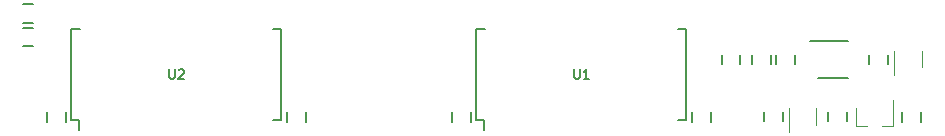
<source format=gto>
G04 #@! TF.GenerationSoftware,KiCad,Pcbnew,(5.1.10-1-10_14)*
G04 #@! TF.CreationDate,2021-07-01T19:13:21-04:00*
G04 #@! TF.ProjectId,GW4194-SOJ,47573431-3934-42d5-934f-4a2e6b696361,1.0-SOJ*
G04 #@! TF.SameCoordinates,Original*
G04 #@! TF.FileFunction,Legend,Top*
G04 #@! TF.FilePolarity,Positive*
%FSLAX46Y46*%
G04 Gerber Fmt 4.6, Leading zero omitted, Abs format (unit mm)*
G04 Created by KiCad (PCBNEW (5.1.10-1-10_14)) date 2021-07-01 19:13:21*
%MOMM*%
%LPD*%
G01*
G04 APERTURE LIST*
%ADD10C,0.127000*%
%ADD11C,0.152400*%
%ADD12C,0.120000*%
%ADD13C,0.200000*%
%ADD14C,0.203200*%
%ADD15C,0.952400*%
G04 APERTURE END LIST*
D10*
X152150000Y-90000000D02*
X149550000Y-90000000D01*
X148850000Y-86800000D02*
X152150000Y-86800000D01*
D11*
X141400000Y-88806400D02*
X141400000Y-87993600D01*
X143000000Y-88806400D02*
X143000000Y-87993600D01*
X146600000Y-92843600D02*
X146600000Y-93656400D01*
X145000000Y-92843600D02*
X145000000Y-93656400D01*
X152050000Y-92843600D02*
X152050000Y-93656400D01*
X150450000Y-92843600D02*
X150450000Y-93656400D01*
X85890000Y-92850600D02*
X85890000Y-93663400D01*
X84290000Y-92850600D02*
X84290000Y-93663400D01*
X104610000Y-92850600D02*
X104610000Y-93663400D01*
X106210000Y-92850600D02*
X106210000Y-93663400D01*
X120180000Y-92850600D02*
X120180000Y-93663400D01*
X118580000Y-92850600D02*
X118580000Y-93663400D01*
X156680000Y-93663400D02*
X156680000Y-92850600D01*
X158280000Y-93663400D02*
X158280000Y-92850600D01*
X83106400Y-87300000D02*
X82293600Y-87300000D01*
X83106400Y-85700000D02*
X82293600Y-85700000D01*
X82293600Y-85300000D02*
X83106400Y-85300000D01*
X82293600Y-83700000D02*
X83106400Y-83700000D01*
D12*
X152770000Y-94010000D02*
X153700000Y-94010000D01*
X155930000Y-94010000D02*
X155000000Y-94010000D01*
X155930000Y-94010000D02*
X155930000Y-91850000D01*
X152770000Y-94010000D02*
X152770000Y-92550000D01*
D11*
X153900000Y-87993600D02*
X153900000Y-88806400D01*
X155500000Y-87993600D02*
X155500000Y-88806400D01*
X147600000Y-87993600D02*
X147600000Y-88806400D01*
X146000000Y-87993600D02*
X146000000Y-88806400D01*
D12*
X149410000Y-93930000D02*
X149410000Y-92520000D01*
X147090000Y-92520000D02*
X147090000Y-94550000D01*
X156040000Y-87670000D02*
X156040000Y-89700000D01*
X158360000Y-89080000D02*
X158360000Y-87670000D01*
D11*
X144000000Y-87993600D02*
X144000000Y-88806400D01*
X145600000Y-87993600D02*
X145600000Y-88806400D01*
D13*
X121300000Y-93537000D02*
X121300000Y-94362000D01*
X138430000Y-93537000D02*
X138430000Y-85787000D01*
X120650000Y-93537000D02*
X120650000Y-85787000D01*
X138430000Y-93537000D02*
X137685000Y-93537000D01*
X138430000Y-85787000D02*
X137685000Y-85787000D01*
X120650000Y-85787000D02*
X121395000Y-85787000D01*
X120650000Y-93537000D02*
X121300000Y-93537000D01*
X86360000Y-93537000D02*
X87010000Y-93537000D01*
X86360000Y-85787000D02*
X87105000Y-85787000D01*
X104140000Y-85787000D02*
X103395000Y-85787000D01*
X104140000Y-93537000D02*
X103395000Y-93537000D01*
X86360000Y-93537000D02*
X86360000Y-85787000D01*
X104140000Y-93537000D02*
X104140000Y-85787000D01*
X87010000Y-93537000D02*
X87010000Y-94362000D01*
D11*
X140500000Y-92850600D02*
X140500000Y-93663400D01*
X138900000Y-92850600D02*
X138900000Y-93663400D01*
D14*
X128920723Y-89216895D02*
X128920723Y-89874876D01*
X128959428Y-89952285D01*
X128998133Y-89990990D01*
X129075542Y-90029695D01*
X129230361Y-90029695D01*
X129307771Y-89990990D01*
X129346476Y-89952285D01*
X129385180Y-89874876D01*
X129385180Y-89216895D01*
X130197980Y-90029695D02*
X129733523Y-90029695D01*
X129965752Y-90029695D02*
X129965752Y-89216895D01*
X129888342Y-89333009D01*
X129810933Y-89410419D01*
X129733523Y-89449123D01*
X94630723Y-89216895D02*
X94630723Y-89874876D01*
X94669428Y-89952285D01*
X94708133Y-89990990D01*
X94785542Y-90029695D01*
X94940361Y-90029695D01*
X95017771Y-89990990D01*
X95056476Y-89952285D01*
X95095180Y-89874876D01*
X95095180Y-89216895D01*
X95443523Y-89294304D02*
X95482228Y-89255600D01*
X95559638Y-89216895D01*
X95753161Y-89216895D01*
X95830571Y-89255600D01*
X95869276Y-89294304D01*
X95907980Y-89371714D01*
X95907980Y-89449123D01*
X95869276Y-89565238D01*
X95404819Y-90029695D01*
X95907980Y-90029695D01*
%LPC*%
G36*
G01*
X151888700Y-87518150D02*
X151888700Y-87181850D01*
G75*
G02*
X152056850Y-87013700I168150J0D01*
G01*
X152943150Y-87013700D01*
G75*
G02*
X153111300Y-87181850I0J-168150D01*
G01*
X153111300Y-87518150D01*
G75*
G02*
X152943150Y-87686300I-168150J0D01*
G01*
X152056850Y-87686300D01*
G75*
G02*
X151888700Y-87518150I0J168150D01*
G01*
G37*
G36*
G01*
X151888700Y-88205650D02*
X151888700Y-87944350D01*
G75*
G02*
X152019350Y-87813700I130650J0D01*
G01*
X152980650Y-87813700D01*
G75*
G02*
X153111300Y-87944350I0J-130650D01*
G01*
X153111300Y-88205650D01*
G75*
G02*
X152980650Y-88336300I-130650J0D01*
G01*
X152019350Y-88336300D01*
G75*
G02*
X151888700Y-88205650I0J130650D01*
G01*
G37*
G36*
G01*
X151888700Y-88855650D02*
X151888700Y-88594350D01*
G75*
G02*
X152019350Y-88463700I130650J0D01*
G01*
X152980650Y-88463700D01*
G75*
G02*
X153111300Y-88594350I0J-130650D01*
G01*
X153111300Y-88855650D01*
G75*
G02*
X152980650Y-88986300I-130650J0D01*
G01*
X152019350Y-88986300D01*
G75*
G02*
X151888700Y-88855650I0J130650D01*
G01*
G37*
G36*
G01*
X151888700Y-89618150D02*
X151888700Y-89281850D01*
G75*
G02*
X152056850Y-89113700I168150J0D01*
G01*
X152943150Y-89113700D01*
G75*
G02*
X153111300Y-89281850I0J-168150D01*
G01*
X153111300Y-89618150D01*
G75*
G02*
X152943150Y-89786300I-168150J0D01*
G01*
X152056850Y-89786300D01*
G75*
G02*
X151888700Y-89618150I0J168150D01*
G01*
G37*
G36*
G01*
X148588700Y-89618150D02*
X148588700Y-89281850D01*
G75*
G02*
X148756850Y-89113700I168150J0D01*
G01*
X149643150Y-89113700D01*
G75*
G02*
X149811300Y-89281850I0J-168150D01*
G01*
X149811300Y-89618150D01*
G75*
G02*
X149643150Y-89786300I-168150J0D01*
G01*
X148756850Y-89786300D01*
G75*
G02*
X148588700Y-89618150I0J168150D01*
G01*
G37*
G36*
G01*
X148588700Y-88843150D02*
X148588700Y-88606850D01*
G75*
G02*
X148706850Y-88488700I118150J0D01*
G01*
X149693150Y-88488700D01*
G75*
G02*
X149811300Y-88606850I0J-118150D01*
G01*
X149811300Y-88843150D01*
G75*
G02*
X149693150Y-88961300I-118150J0D01*
G01*
X148706850Y-88961300D01*
G75*
G02*
X148588700Y-88843150I0J118150D01*
G01*
G37*
G36*
G01*
X148588700Y-88193150D02*
X148588700Y-87956850D01*
G75*
G02*
X148706850Y-87838700I118150J0D01*
G01*
X149693150Y-87838700D01*
G75*
G02*
X149811300Y-87956850I0J-118150D01*
G01*
X149811300Y-88193150D01*
G75*
G02*
X149693150Y-88311300I-118150J0D01*
G01*
X148706850Y-88311300D01*
G75*
G02*
X148588700Y-88193150I0J118150D01*
G01*
G37*
G36*
G01*
X148588700Y-87518150D02*
X148588700Y-87181850D01*
G75*
G02*
X148756850Y-87013700I168150J0D01*
G01*
X149643150Y-87013700D01*
G75*
G02*
X149811300Y-87181850I0J-168150D01*
G01*
X149811300Y-87518150D01*
G75*
G02*
X149643150Y-87686300I-168150J0D01*
G01*
X148756850Y-87686300D01*
G75*
G02*
X148588700Y-87518150I0J168150D01*
G01*
G37*
G36*
G01*
X82854800Y-100939600D02*
X82854800Y-99212400D01*
G75*
G02*
X83337400Y-98729800I482600J0D01*
G01*
X84302600Y-98729800D01*
G75*
G02*
X84785200Y-99212400I0J-482600D01*
G01*
X84785200Y-100939600D01*
G75*
G02*
X84302600Y-101422200I-482600J0D01*
G01*
X83337400Y-101422200D01*
G75*
G02*
X82854800Y-100939600I0J482600D01*
G01*
G37*
G36*
G01*
X85394800Y-100939600D02*
X85394800Y-99212400D01*
G75*
G02*
X85877400Y-98729800I482600J0D01*
G01*
X86842600Y-98729800D01*
G75*
G02*
X87325200Y-99212400I0J-482600D01*
G01*
X87325200Y-100939600D01*
G75*
G02*
X86842600Y-101422200I-482600J0D01*
G01*
X85877400Y-101422200D01*
G75*
G02*
X85394800Y-100939600I0J482600D01*
G01*
G37*
D15*
X88900000Y-98806000D03*
G36*
G01*
X108254800Y-100939600D02*
X108254800Y-99212400D01*
G75*
G02*
X108737400Y-98729800I482600J0D01*
G01*
X109702600Y-98729800D01*
G75*
G02*
X110185200Y-99212400I0J-482600D01*
G01*
X110185200Y-100939600D01*
G75*
G02*
X109702600Y-101422200I-482600J0D01*
G01*
X108737400Y-101422200D01*
G75*
G02*
X108254800Y-100939600I0J482600D01*
G01*
G37*
G36*
G01*
X93014800Y-100939600D02*
X93014800Y-99212400D01*
G75*
G02*
X93497400Y-98729800I482600J0D01*
G01*
X94462600Y-98729800D01*
G75*
G02*
X94945200Y-99212400I0J-482600D01*
G01*
X94945200Y-100939600D01*
G75*
G02*
X94462600Y-101422200I-482600J0D01*
G01*
X93497400Y-101422200D01*
G75*
G02*
X93014800Y-100939600I0J482600D01*
G01*
G37*
G36*
G01*
X110794800Y-100939600D02*
X110794800Y-99212400D01*
G75*
G02*
X111277400Y-98729800I482600J0D01*
G01*
X112242600Y-98729800D01*
G75*
G02*
X112725200Y-99212400I0J-482600D01*
G01*
X112725200Y-100939600D01*
G75*
G02*
X112242600Y-101422200I-482600J0D01*
G01*
X111277400Y-101422200D01*
G75*
G02*
X110794800Y-100939600I0J482600D01*
G01*
G37*
G36*
G01*
X146354800Y-100939600D02*
X146354800Y-99212400D01*
G75*
G02*
X146837400Y-98729800I482600J0D01*
G01*
X147802600Y-98729800D01*
G75*
G02*
X148285200Y-99212400I0J-482600D01*
G01*
X148285200Y-100939600D01*
G75*
G02*
X147802600Y-101422200I-482600J0D01*
G01*
X146837400Y-101422200D01*
G75*
G02*
X146354800Y-100939600I0J482600D01*
G01*
G37*
G36*
G01*
X113334800Y-100939600D02*
X113334800Y-99212400D01*
G75*
G02*
X113817400Y-98729800I482600J0D01*
G01*
X114782600Y-98729800D01*
G75*
G02*
X115265200Y-99212400I0J-482600D01*
G01*
X115265200Y-100939600D01*
G75*
G02*
X114782600Y-101422200I-482600J0D01*
G01*
X113817400Y-101422200D01*
G75*
G02*
X113334800Y-100939600I0J482600D01*
G01*
G37*
G36*
G01*
X115874800Y-100939600D02*
X115874800Y-99212400D01*
G75*
G02*
X116357400Y-98729800I482600J0D01*
G01*
X117322600Y-98729800D01*
G75*
G02*
X117805200Y-99212400I0J-482600D01*
G01*
X117805200Y-100939600D01*
G75*
G02*
X117322600Y-101422200I-482600J0D01*
G01*
X116357400Y-101422200D01*
G75*
G02*
X115874800Y-100939600I0J482600D01*
G01*
G37*
G36*
G01*
X90474800Y-100939600D02*
X90474800Y-99212400D01*
G75*
G02*
X90957400Y-98729800I482600J0D01*
G01*
X91922600Y-98729800D01*
G75*
G02*
X92405200Y-99212400I0J-482600D01*
G01*
X92405200Y-100939600D01*
G75*
G02*
X91922600Y-101422200I-482600J0D01*
G01*
X90957400Y-101422200D01*
G75*
G02*
X90474800Y-100939600I0J482600D01*
G01*
G37*
G36*
G01*
X153974800Y-100939600D02*
X153974800Y-99212400D01*
G75*
G02*
X154457400Y-98729800I482600J0D01*
G01*
X155422600Y-98729800D01*
G75*
G02*
X155905200Y-99212400I0J-482600D01*
G01*
X155905200Y-100939600D01*
G75*
G02*
X155422600Y-101422200I-482600J0D01*
G01*
X154457400Y-101422200D01*
G75*
G02*
X153974800Y-100939600I0J482600D01*
G01*
G37*
G36*
G01*
X87934800Y-100939600D02*
X87934800Y-99212400D01*
G75*
G02*
X88417400Y-98729800I482600J0D01*
G01*
X89382600Y-98729800D01*
G75*
G02*
X89865200Y-99212400I0J-482600D01*
G01*
X89865200Y-100939600D01*
G75*
G02*
X89382600Y-101422200I-482600J0D01*
G01*
X88417400Y-101422200D01*
G75*
G02*
X87934800Y-100939600I0J482600D01*
G01*
G37*
G36*
G01*
X141274800Y-100939600D02*
X141274800Y-99212400D01*
G75*
G02*
X141757400Y-98729800I482600J0D01*
G01*
X142722600Y-98729800D01*
G75*
G02*
X143205200Y-99212400I0J-482600D01*
G01*
X143205200Y-100939600D01*
G75*
G02*
X142722600Y-101422200I-482600J0D01*
G01*
X141757400Y-101422200D01*
G75*
G02*
X141274800Y-100939600I0J482600D01*
G01*
G37*
G36*
G01*
X120954800Y-100939600D02*
X120954800Y-99212400D01*
G75*
G02*
X121437400Y-98729800I482600J0D01*
G01*
X122402600Y-98729800D01*
G75*
G02*
X122885200Y-99212400I0J-482600D01*
G01*
X122885200Y-100939600D01*
G75*
G02*
X122402600Y-101422200I-482600J0D01*
G01*
X121437400Y-101422200D01*
G75*
G02*
X120954800Y-100939600I0J482600D01*
G01*
G37*
G36*
G01*
X131114800Y-100939600D02*
X131114800Y-99212400D01*
G75*
G02*
X131597400Y-98729800I482600J0D01*
G01*
X132562600Y-98729800D01*
G75*
G02*
X133045200Y-99212400I0J-482600D01*
G01*
X133045200Y-100939600D01*
G75*
G02*
X132562600Y-101422200I-482600J0D01*
G01*
X131597400Y-101422200D01*
G75*
G02*
X131114800Y-100939600I0J482600D01*
G01*
G37*
G36*
G01*
X138734800Y-100939600D02*
X138734800Y-99212400D01*
G75*
G02*
X139217400Y-98729800I482600J0D01*
G01*
X140182600Y-98729800D01*
G75*
G02*
X140665200Y-99212400I0J-482600D01*
G01*
X140665200Y-100939600D01*
G75*
G02*
X140182600Y-101422200I-482600J0D01*
G01*
X139217400Y-101422200D01*
G75*
G02*
X138734800Y-100939600I0J482600D01*
G01*
G37*
G36*
G01*
X103174800Y-100939600D02*
X103174800Y-99212400D01*
G75*
G02*
X103657400Y-98729800I482600J0D01*
G01*
X104622600Y-98729800D01*
G75*
G02*
X105105200Y-99212400I0J-482600D01*
G01*
X105105200Y-100939600D01*
G75*
G02*
X104622600Y-101422200I-482600J0D01*
G01*
X103657400Y-101422200D01*
G75*
G02*
X103174800Y-100939600I0J482600D01*
G01*
G37*
G36*
G01*
X126034800Y-100939600D02*
X126034800Y-99212400D01*
G75*
G02*
X126517400Y-98729800I482600J0D01*
G01*
X127482600Y-98729800D01*
G75*
G02*
X127965200Y-99212400I0J-482600D01*
G01*
X127965200Y-100939600D01*
G75*
G02*
X127482600Y-101422200I-482600J0D01*
G01*
X126517400Y-101422200D01*
G75*
G02*
X126034800Y-100939600I0J482600D01*
G01*
G37*
G36*
G01*
X133654800Y-100939600D02*
X133654800Y-99212400D01*
G75*
G02*
X134137400Y-98729800I482600J0D01*
G01*
X135102600Y-98729800D01*
G75*
G02*
X135585200Y-99212400I0J-482600D01*
G01*
X135585200Y-100939600D01*
G75*
G02*
X135102600Y-101422200I-482600J0D01*
G01*
X134137400Y-101422200D01*
G75*
G02*
X133654800Y-100939600I0J482600D01*
G01*
G37*
G36*
G01*
X128574800Y-100939600D02*
X128574800Y-99212400D01*
G75*
G02*
X129057400Y-98729800I482600J0D01*
G01*
X130022600Y-98729800D01*
G75*
G02*
X130505200Y-99212400I0J-482600D01*
G01*
X130505200Y-100939600D01*
G75*
G02*
X130022600Y-101422200I-482600J0D01*
G01*
X129057400Y-101422200D01*
G75*
G02*
X128574800Y-100939600I0J482600D01*
G01*
G37*
G36*
G01*
X105714800Y-100939600D02*
X105714800Y-99212400D01*
G75*
G02*
X106197400Y-98729800I482600J0D01*
G01*
X107162600Y-98729800D01*
G75*
G02*
X107645200Y-99212400I0J-482600D01*
G01*
X107645200Y-100939600D01*
G75*
G02*
X107162600Y-101422200I-482600J0D01*
G01*
X106197400Y-101422200D01*
G75*
G02*
X105714800Y-100939600I0J482600D01*
G01*
G37*
G36*
G01*
X136194800Y-100939600D02*
X136194800Y-99212400D01*
G75*
G02*
X136677400Y-98729800I482600J0D01*
G01*
X137642600Y-98729800D01*
G75*
G02*
X138125200Y-99212400I0J-482600D01*
G01*
X138125200Y-100939600D01*
G75*
G02*
X137642600Y-101422200I-482600J0D01*
G01*
X136677400Y-101422200D01*
G75*
G02*
X136194800Y-100939600I0J482600D01*
G01*
G37*
G36*
G01*
X95554800Y-100939600D02*
X95554800Y-99212400D01*
G75*
G02*
X96037400Y-98729800I482600J0D01*
G01*
X97002600Y-98729800D01*
G75*
G02*
X97485200Y-99212400I0J-482600D01*
G01*
X97485200Y-100939600D01*
G75*
G02*
X97002600Y-101422200I-482600J0D01*
G01*
X96037400Y-101422200D01*
G75*
G02*
X95554800Y-100939600I0J482600D01*
G01*
G37*
G36*
G01*
X123494800Y-100939600D02*
X123494800Y-99212400D01*
G75*
G02*
X123977400Y-98729800I482600J0D01*
G01*
X124942600Y-98729800D01*
G75*
G02*
X125425200Y-99212400I0J-482600D01*
G01*
X125425200Y-100939600D01*
G75*
G02*
X124942600Y-101422200I-482600J0D01*
G01*
X123977400Y-101422200D01*
G75*
G02*
X123494800Y-100939600I0J482600D01*
G01*
G37*
G36*
G01*
X98094800Y-100939600D02*
X98094800Y-99212400D01*
G75*
G02*
X98577400Y-98729800I482600J0D01*
G01*
X99542600Y-98729800D01*
G75*
G02*
X100025200Y-99212400I0J-482600D01*
G01*
X100025200Y-100939600D01*
G75*
G02*
X99542600Y-101422200I-482600J0D01*
G01*
X98577400Y-101422200D01*
G75*
G02*
X98094800Y-100939600I0J482600D01*
G01*
G37*
G36*
G01*
X100634800Y-100939600D02*
X100634800Y-99212400D01*
G75*
G02*
X101117400Y-98729800I482600J0D01*
G01*
X102082600Y-98729800D01*
G75*
G02*
X102565200Y-99212400I0J-482600D01*
G01*
X102565200Y-100939600D01*
G75*
G02*
X102082600Y-101422200I-482600J0D01*
G01*
X101117400Y-101422200D01*
G75*
G02*
X100634800Y-100939600I0J482600D01*
G01*
G37*
G36*
G01*
X148894800Y-100939600D02*
X148894800Y-99212400D01*
G75*
G02*
X149377400Y-98729800I482600J0D01*
G01*
X150342600Y-98729800D01*
G75*
G02*
X150825200Y-99212400I0J-482600D01*
G01*
X150825200Y-100939600D01*
G75*
G02*
X150342600Y-101422200I-482600J0D01*
G01*
X149377400Y-101422200D01*
G75*
G02*
X148894800Y-100939600I0J482600D01*
G01*
G37*
G36*
G01*
X151434800Y-100939600D02*
X151434800Y-99212400D01*
G75*
G02*
X151917400Y-98729800I482600J0D01*
G01*
X152882600Y-98729800D01*
G75*
G02*
X153365200Y-99212400I0J-482600D01*
G01*
X153365200Y-100939600D01*
G75*
G02*
X152882600Y-101422200I-482600J0D01*
G01*
X151917400Y-101422200D01*
G75*
G02*
X151434800Y-100939600I0J482600D01*
G01*
G37*
G36*
G01*
X156514800Y-100939600D02*
X156514800Y-99212400D01*
G75*
G02*
X156997400Y-98729800I482600J0D01*
G01*
X157962600Y-98729800D01*
G75*
G02*
X158445200Y-99212400I0J-482600D01*
G01*
X158445200Y-100939600D01*
G75*
G02*
X157962600Y-101422200I-482600J0D01*
G01*
X156997400Y-101422200D01*
G75*
G02*
X156514800Y-100939600I0J482600D01*
G01*
G37*
G36*
G01*
X118414800Y-100939600D02*
X118414800Y-99212400D01*
G75*
G02*
X118897400Y-98729800I482600J0D01*
G01*
X119862600Y-98729800D01*
G75*
G02*
X120345200Y-99212400I0J-482600D01*
G01*
X120345200Y-100939600D01*
G75*
G02*
X119862600Y-101422200I-482600J0D01*
G01*
X118897400Y-101422200D01*
G75*
G02*
X118414800Y-100939600I0J482600D01*
G01*
G37*
G36*
G01*
X143814800Y-100939600D02*
X143814800Y-99212400D01*
G75*
G02*
X144297400Y-98729800I482600J0D01*
G01*
X145262600Y-98729800D01*
G75*
G02*
X145745200Y-99212400I0J-482600D01*
G01*
X145745200Y-100939600D01*
G75*
G02*
X145262600Y-101422200I-482600J0D01*
G01*
X144297400Y-101422200D01*
G75*
G02*
X143814800Y-100939600I0J482600D01*
G01*
G37*
X86360000Y-98806000D03*
X83820000Y-98806000D03*
X93980000Y-98806000D03*
X91440000Y-98806000D03*
X96520000Y-98806000D03*
X99060000Y-98806000D03*
X104140000Y-98806000D03*
X101600000Y-98806000D03*
X109220000Y-98806000D03*
X106680000Y-98806000D03*
X111760000Y-98806000D03*
X116840000Y-98806000D03*
X114300000Y-98806000D03*
X119380000Y-98806000D03*
X124460000Y-98806000D03*
X121920000Y-98806000D03*
X127000000Y-98806000D03*
X149860000Y-98806000D03*
X147320000Y-98806000D03*
X152400000Y-98806000D03*
X134620000Y-98806000D03*
X132080000Y-98806000D03*
X137160000Y-98806000D03*
X142240000Y-98806000D03*
X139700000Y-98806000D03*
X144780000Y-98806000D03*
X129540000Y-98806000D03*
X154940000Y-98806000D03*
X157480000Y-98806000D03*
G36*
G01*
X142712500Y-87925000D02*
X141687500Y-87925000D01*
G75*
G02*
X141450000Y-87687500I0J237500D01*
G01*
X141450000Y-87212500D01*
G75*
G02*
X141687500Y-86975000I237500J0D01*
G01*
X142712500Y-86975000D01*
G75*
G02*
X142950000Y-87212500I0J-237500D01*
G01*
X142950000Y-87687500D01*
G75*
G02*
X142712500Y-87925000I-237500J0D01*
G01*
G37*
G36*
G01*
X142712500Y-89825000D02*
X141687500Y-89825000D01*
G75*
G02*
X141450000Y-89587500I0J237500D01*
G01*
X141450000Y-89112500D01*
G75*
G02*
X141687500Y-88875000I237500J0D01*
G01*
X142712500Y-88875000D01*
G75*
G02*
X142950000Y-89112500I0J-237500D01*
G01*
X142950000Y-89587500D01*
G75*
G02*
X142712500Y-89825000I-237500J0D01*
G01*
G37*
G36*
G01*
X145337500Y-93525000D02*
X146262500Y-93525000D01*
G75*
G02*
X146550000Y-93812500I0J-287500D01*
G01*
X146550000Y-94387500D01*
G75*
G02*
X146262500Y-94675000I-287500J0D01*
G01*
X145337500Y-94675000D01*
G75*
G02*
X145050000Y-94387500I0J287500D01*
G01*
X145050000Y-93812500D01*
G75*
G02*
X145337500Y-93525000I287500J0D01*
G01*
G37*
G36*
G01*
X145337500Y-91825000D02*
X146262500Y-91825000D01*
G75*
G02*
X146550000Y-92112500I0J-287500D01*
G01*
X146550000Y-92687500D01*
G75*
G02*
X146262500Y-92975000I-287500J0D01*
G01*
X145337500Y-92975000D01*
G75*
G02*
X145050000Y-92687500I0J287500D01*
G01*
X145050000Y-92112500D01*
G75*
G02*
X145337500Y-91825000I287500J0D01*
G01*
G37*
G36*
G01*
X150774400Y-91798800D02*
X151725600Y-91798800D01*
G75*
G02*
X152026200Y-92099400I0J-300600D01*
G01*
X152026200Y-92700600D01*
G75*
G02*
X151725600Y-93001200I-300600J0D01*
G01*
X150774400Y-93001200D01*
G75*
G02*
X150473800Y-92700600I0J300600D01*
G01*
X150473800Y-92099400D01*
G75*
G02*
X150774400Y-91798800I300600J0D01*
G01*
G37*
G36*
G01*
X150774400Y-93498800D02*
X151725600Y-93498800D01*
G75*
G02*
X152026200Y-93799400I0J-300600D01*
G01*
X152026200Y-94400600D01*
G75*
G02*
X151725600Y-94701200I-300600J0D01*
G01*
X150774400Y-94701200D01*
G75*
G02*
X150473800Y-94400600I0J300600D01*
G01*
X150473800Y-93799400D01*
G75*
G02*
X150774400Y-93498800I300600J0D01*
G01*
G37*
G36*
G01*
X84614400Y-91805800D02*
X85565600Y-91805800D01*
G75*
G02*
X85866200Y-92106400I0J-300600D01*
G01*
X85866200Y-92707600D01*
G75*
G02*
X85565600Y-93008200I-300600J0D01*
G01*
X84614400Y-93008200D01*
G75*
G02*
X84313800Y-92707600I0J300600D01*
G01*
X84313800Y-92106400D01*
G75*
G02*
X84614400Y-91805800I300600J0D01*
G01*
G37*
G36*
G01*
X84614400Y-93505800D02*
X85565600Y-93505800D01*
G75*
G02*
X85866200Y-93806400I0J-300600D01*
G01*
X85866200Y-94407600D01*
G75*
G02*
X85565600Y-94708200I-300600J0D01*
G01*
X84614400Y-94708200D01*
G75*
G02*
X84313800Y-94407600I0J300600D01*
G01*
X84313800Y-93806400D01*
G75*
G02*
X84614400Y-93505800I300600J0D01*
G01*
G37*
G36*
G01*
X104934400Y-93505800D02*
X105885600Y-93505800D01*
G75*
G02*
X106186200Y-93806400I0J-300600D01*
G01*
X106186200Y-94407600D01*
G75*
G02*
X105885600Y-94708200I-300600J0D01*
G01*
X104934400Y-94708200D01*
G75*
G02*
X104633800Y-94407600I0J300600D01*
G01*
X104633800Y-93806400D01*
G75*
G02*
X104934400Y-93505800I300600J0D01*
G01*
G37*
G36*
G01*
X104934400Y-91805800D02*
X105885600Y-91805800D01*
G75*
G02*
X106186200Y-92106400I0J-300600D01*
G01*
X106186200Y-92707600D01*
G75*
G02*
X105885600Y-93008200I-300600J0D01*
G01*
X104934400Y-93008200D01*
G75*
G02*
X104633800Y-92707600I0J300600D01*
G01*
X104633800Y-92106400D01*
G75*
G02*
X104934400Y-91805800I300600J0D01*
G01*
G37*
G36*
G01*
X118904400Y-91805800D02*
X119855600Y-91805800D01*
G75*
G02*
X120156200Y-92106400I0J-300600D01*
G01*
X120156200Y-92707600D01*
G75*
G02*
X119855600Y-93008200I-300600J0D01*
G01*
X118904400Y-93008200D01*
G75*
G02*
X118603800Y-92707600I0J300600D01*
G01*
X118603800Y-92106400D01*
G75*
G02*
X118904400Y-91805800I300600J0D01*
G01*
G37*
G36*
G01*
X118904400Y-93505800D02*
X119855600Y-93505800D01*
G75*
G02*
X120156200Y-93806400I0J-300600D01*
G01*
X120156200Y-94407600D01*
G75*
G02*
X119855600Y-94708200I-300600J0D01*
G01*
X118904400Y-94708200D01*
G75*
G02*
X118603800Y-94407600I0J300600D01*
G01*
X118603800Y-93806400D01*
G75*
G02*
X118904400Y-93505800I300600J0D01*
G01*
G37*
G36*
G01*
X157955600Y-94708200D02*
X157004400Y-94708200D01*
G75*
G02*
X156703800Y-94407600I0J300600D01*
G01*
X156703800Y-93806400D01*
G75*
G02*
X157004400Y-93505800I300600J0D01*
G01*
X157955600Y-93505800D01*
G75*
G02*
X158256200Y-93806400I0J-300600D01*
G01*
X158256200Y-94407600D01*
G75*
G02*
X157955600Y-94708200I-300600J0D01*
G01*
G37*
G36*
G01*
X157955600Y-93008200D02*
X157004400Y-93008200D01*
G75*
G02*
X156703800Y-92707600I0J300600D01*
G01*
X156703800Y-92106400D01*
G75*
G02*
X157004400Y-91805800I300600J0D01*
G01*
X157955600Y-91805800D01*
G75*
G02*
X158256200Y-92106400I0J-300600D01*
G01*
X158256200Y-92707600D01*
G75*
G02*
X157955600Y-93008200I-300600J0D01*
G01*
G37*
G36*
G01*
X82225000Y-85987500D02*
X82225000Y-87012500D01*
G75*
G02*
X81987500Y-87250000I-237500J0D01*
G01*
X81512500Y-87250000D01*
G75*
G02*
X81275000Y-87012500I0J237500D01*
G01*
X81275000Y-85987500D01*
G75*
G02*
X81512500Y-85750000I237500J0D01*
G01*
X81987500Y-85750000D01*
G75*
G02*
X82225000Y-85987500I0J-237500D01*
G01*
G37*
G36*
G01*
X84125000Y-85987500D02*
X84125000Y-87012500D01*
G75*
G02*
X83887500Y-87250000I-237500J0D01*
G01*
X83412500Y-87250000D01*
G75*
G02*
X83175000Y-87012500I0J237500D01*
G01*
X83175000Y-85987500D01*
G75*
G02*
X83412500Y-85750000I237500J0D01*
G01*
X83887500Y-85750000D01*
G75*
G02*
X84125000Y-85987500I0J-237500D01*
G01*
G37*
G36*
G01*
X81275000Y-85012500D02*
X81275000Y-83987500D01*
G75*
G02*
X81512500Y-83750000I237500J0D01*
G01*
X81987500Y-83750000D01*
G75*
G02*
X82225000Y-83987500I0J-237500D01*
G01*
X82225000Y-85012500D01*
G75*
G02*
X81987500Y-85250000I-237500J0D01*
G01*
X81512500Y-85250000D01*
G75*
G02*
X81275000Y-85012500I0J237500D01*
G01*
G37*
G36*
G01*
X83175000Y-85012500D02*
X83175000Y-83987500D01*
G75*
G02*
X83412500Y-83750000I237500J0D01*
G01*
X83887500Y-83750000D01*
G75*
G02*
X84125000Y-83987500I0J-237500D01*
G01*
X84125000Y-85012500D01*
G75*
G02*
X83887500Y-85250000I-237500J0D01*
G01*
X83412500Y-85250000D01*
G75*
G02*
X83175000Y-85012500I0J237500D01*
G01*
G37*
G36*
G01*
X154125000Y-93575000D02*
X154575000Y-93575000D01*
G75*
G02*
X154800000Y-93800000I0J-225000D01*
G01*
X154800000Y-94800000D01*
G75*
G02*
X154575000Y-95025000I-225000J0D01*
G01*
X154125000Y-95025000D01*
G75*
G02*
X153900000Y-94800000I0J225000D01*
G01*
X153900000Y-93800000D01*
G75*
G02*
X154125000Y-93575000I225000J0D01*
G01*
G37*
G36*
G01*
X153175000Y-91475000D02*
X153625000Y-91475000D01*
G75*
G02*
X153850000Y-91700000I0J-225000D01*
G01*
X153850000Y-92700000D01*
G75*
G02*
X153625000Y-92925000I-225000J0D01*
G01*
X153175000Y-92925000D01*
G75*
G02*
X152950000Y-92700000I0J225000D01*
G01*
X152950000Y-91700000D01*
G75*
G02*
X153175000Y-91475000I225000J0D01*
G01*
G37*
G36*
G01*
X155075000Y-91475000D02*
X155525000Y-91475000D01*
G75*
G02*
X155750000Y-91700000I0J-225000D01*
G01*
X155750000Y-92700000D01*
G75*
G02*
X155525000Y-92925000I-225000J0D01*
G01*
X155075000Y-92925000D01*
G75*
G02*
X154850000Y-92700000I0J225000D01*
G01*
X154850000Y-91700000D01*
G75*
G02*
X155075000Y-91475000I225000J0D01*
G01*
G37*
G36*
G01*
X154237500Y-86975000D02*
X155162500Y-86975000D01*
G75*
G02*
X155450000Y-87262500I0J-287500D01*
G01*
X155450000Y-87837500D01*
G75*
G02*
X155162500Y-88125000I-287500J0D01*
G01*
X154237500Y-88125000D01*
G75*
G02*
X153950000Y-87837500I0J287500D01*
G01*
X153950000Y-87262500D01*
G75*
G02*
X154237500Y-86975000I287500J0D01*
G01*
G37*
G36*
G01*
X154237500Y-88675000D02*
X155162500Y-88675000D01*
G75*
G02*
X155450000Y-88962500I0J-287500D01*
G01*
X155450000Y-89537500D01*
G75*
G02*
X155162500Y-89825000I-287500J0D01*
G01*
X154237500Y-89825000D01*
G75*
G02*
X153950000Y-89537500I0J287500D01*
G01*
X153950000Y-88962500D01*
G75*
G02*
X154237500Y-88675000I287500J0D01*
G01*
G37*
G36*
G01*
X146337500Y-88675000D02*
X147262500Y-88675000D01*
G75*
G02*
X147550000Y-88962500I0J-287500D01*
G01*
X147550000Y-89537500D01*
G75*
G02*
X147262500Y-89825000I-287500J0D01*
G01*
X146337500Y-89825000D01*
G75*
G02*
X146050000Y-89537500I0J287500D01*
G01*
X146050000Y-88962500D01*
G75*
G02*
X146337500Y-88675000I287500J0D01*
G01*
G37*
G36*
G01*
X146337500Y-86975000D02*
X147262500Y-86975000D01*
G75*
G02*
X147550000Y-87262500I0J-287500D01*
G01*
X147550000Y-87837500D01*
G75*
G02*
X147262500Y-88125000I-287500J0D01*
G01*
X146337500Y-88125000D01*
G75*
G02*
X146050000Y-87837500I0J287500D01*
G01*
X146050000Y-87262500D01*
G75*
G02*
X146337500Y-86975000I287500J0D01*
G01*
G37*
G36*
G01*
X147720000Y-92940000D02*
X147480000Y-92940000D01*
G75*
G02*
X147360000Y-92820000I0J120000D01*
G01*
X147360000Y-91980000D01*
G75*
G02*
X147480000Y-91860000I120000J0D01*
G01*
X147720000Y-91860000D01*
G75*
G02*
X147840000Y-91980000I0J-120000D01*
G01*
X147840000Y-92820000D01*
G75*
G02*
X147720000Y-92940000I-120000J0D01*
G01*
G37*
G36*
G01*
X149020000Y-92940000D02*
X148780000Y-92940000D01*
G75*
G02*
X148660000Y-92820000I0J120000D01*
G01*
X148660000Y-91980000D01*
G75*
G02*
X148780000Y-91860000I120000J0D01*
G01*
X149020000Y-91860000D01*
G75*
G02*
X149140000Y-91980000I0J-120000D01*
G01*
X149140000Y-92820000D01*
G75*
G02*
X149020000Y-92940000I-120000J0D01*
G01*
G37*
G36*
G01*
X148370000Y-94640000D02*
X148130000Y-94640000D01*
G75*
G02*
X148010000Y-94520000I0J120000D01*
G01*
X148010000Y-93680000D01*
G75*
G02*
X148130000Y-93560000I120000J0D01*
G01*
X148370000Y-93560000D01*
G75*
G02*
X148490000Y-93680000I0J-120000D01*
G01*
X148490000Y-94520000D01*
G75*
G02*
X148370000Y-94640000I-120000J0D01*
G01*
G37*
G36*
G01*
X147720000Y-94640000D02*
X147480000Y-94640000D01*
G75*
G02*
X147360000Y-94520000I0J120000D01*
G01*
X147360000Y-93680000D01*
G75*
G02*
X147480000Y-93560000I120000J0D01*
G01*
X147720000Y-93560000D01*
G75*
G02*
X147840000Y-93680000I0J-120000D01*
G01*
X147840000Y-94520000D01*
G75*
G02*
X147720000Y-94640000I-120000J0D01*
G01*
G37*
G36*
G01*
X149020000Y-94640000D02*
X148780000Y-94640000D01*
G75*
G02*
X148660000Y-94520000I0J120000D01*
G01*
X148660000Y-93680000D01*
G75*
G02*
X148780000Y-93560000I120000J0D01*
G01*
X149020000Y-93560000D01*
G75*
G02*
X149140000Y-93680000I0J-120000D01*
G01*
X149140000Y-94520000D01*
G75*
G02*
X149020000Y-94640000I-120000J0D01*
G01*
G37*
G36*
G01*
X157970000Y-89790000D02*
X157730000Y-89790000D01*
G75*
G02*
X157610000Y-89670000I0J120000D01*
G01*
X157610000Y-88830000D01*
G75*
G02*
X157730000Y-88710000I120000J0D01*
G01*
X157970000Y-88710000D01*
G75*
G02*
X158090000Y-88830000I0J-120000D01*
G01*
X158090000Y-89670000D01*
G75*
G02*
X157970000Y-89790000I-120000J0D01*
G01*
G37*
G36*
G01*
X156670000Y-89790000D02*
X156430000Y-89790000D01*
G75*
G02*
X156310000Y-89670000I0J120000D01*
G01*
X156310000Y-88830000D01*
G75*
G02*
X156430000Y-88710000I120000J0D01*
G01*
X156670000Y-88710000D01*
G75*
G02*
X156790000Y-88830000I0J-120000D01*
G01*
X156790000Y-89670000D01*
G75*
G02*
X156670000Y-89790000I-120000J0D01*
G01*
G37*
G36*
G01*
X157320000Y-89790000D02*
X157080000Y-89790000D01*
G75*
G02*
X156960000Y-89670000I0J120000D01*
G01*
X156960000Y-88830000D01*
G75*
G02*
X157080000Y-88710000I120000J0D01*
G01*
X157320000Y-88710000D01*
G75*
G02*
X157440000Y-88830000I0J-120000D01*
G01*
X157440000Y-89670000D01*
G75*
G02*
X157320000Y-89790000I-120000J0D01*
G01*
G37*
G36*
G01*
X157970000Y-88090000D02*
X157730000Y-88090000D01*
G75*
G02*
X157610000Y-87970000I0J120000D01*
G01*
X157610000Y-87130000D01*
G75*
G02*
X157730000Y-87010000I120000J0D01*
G01*
X157970000Y-87010000D01*
G75*
G02*
X158090000Y-87130000I0J-120000D01*
G01*
X158090000Y-87970000D01*
G75*
G02*
X157970000Y-88090000I-120000J0D01*
G01*
G37*
G36*
G01*
X156670000Y-88090000D02*
X156430000Y-88090000D01*
G75*
G02*
X156310000Y-87970000I0J120000D01*
G01*
X156310000Y-87130000D01*
G75*
G02*
X156430000Y-87010000I120000J0D01*
G01*
X156670000Y-87010000D01*
G75*
G02*
X156790000Y-87130000I0J-120000D01*
G01*
X156790000Y-87970000D01*
G75*
G02*
X156670000Y-88090000I-120000J0D01*
G01*
G37*
G36*
G01*
X144287500Y-86975000D02*
X145312500Y-86975000D01*
G75*
G02*
X145550000Y-87212500I0J-237500D01*
G01*
X145550000Y-87687500D01*
G75*
G02*
X145312500Y-87925000I-237500J0D01*
G01*
X144287500Y-87925000D01*
G75*
G02*
X144050000Y-87687500I0J237500D01*
G01*
X144050000Y-87212500D01*
G75*
G02*
X144287500Y-86975000I237500J0D01*
G01*
G37*
G36*
G01*
X144287500Y-88875000D02*
X145312500Y-88875000D01*
G75*
G02*
X145550000Y-89112500I0J-237500D01*
G01*
X145550000Y-89587500D01*
G75*
G02*
X145312500Y-89825000I-237500J0D01*
G01*
X144287500Y-89825000D01*
G75*
G02*
X144050000Y-89587500I0J237500D01*
G01*
X144050000Y-89112500D01*
G75*
G02*
X144287500Y-88875000I237500J0D01*
G01*
G37*
G36*
G01*
X130985000Y-94411000D02*
X130635000Y-94411000D01*
G75*
G02*
X130460000Y-94236000I0J175000D01*
G01*
X130460000Y-91438000D01*
G75*
G02*
X130635000Y-91263000I175000J0D01*
G01*
X130985000Y-91263000D01*
G75*
G02*
X131160000Y-91438000I0J-175000D01*
G01*
X131160000Y-94236000D01*
G75*
G02*
X130985000Y-94411000I-175000J0D01*
G01*
G37*
G36*
G01*
X130985000Y-88061000D02*
X130635000Y-88061000D01*
G75*
G02*
X130460000Y-87886000I0J175000D01*
G01*
X130460000Y-85088000D01*
G75*
G02*
X130635000Y-84913000I175000J0D01*
G01*
X130985000Y-84913000D01*
G75*
G02*
X131160000Y-85088000I0J-175000D01*
G01*
X131160000Y-87886000D01*
G75*
G02*
X130985000Y-88061000I-175000J0D01*
G01*
G37*
G36*
G01*
X128445000Y-94411000D02*
X128095000Y-94411000D01*
G75*
G02*
X127920000Y-94236000I0J175000D01*
G01*
X127920000Y-91438000D01*
G75*
G02*
X128095000Y-91263000I175000J0D01*
G01*
X128445000Y-91263000D01*
G75*
G02*
X128620000Y-91438000I0J-175000D01*
G01*
X128620000Y-94236000D01*
G75*
G02*
X128445000Y-94411000I-175000J0D01*
G01*
G37*
G36*
G01*
X128445000Y-88061000D02*
X128095000Y-88061000D01*
G75*
G02*
X127920000Y-87886000I0J175000D01*
G01*
X127920000Y-85088000D01*
G75*
G02*
X128095000Y-84913000I175000J0D01*
G01*
X128445000Y-84913000D01*
G75*
G02*
X128620000Y-85088000I0J-175000D01*
G01*
X128620000Y-87886000D01*
G75*
G02*
X128445000Y-88061000I-175000J0D01*
G01*
G37*
G36*
G01*
X122095000Y-94411000D02*
X121745000Y-94411000D01*
G75*
G02*
X121570000Y-94236000I0J175000D01*
G01*
X121570000Y-91438000D01*
G75*
G02*
X121745000Y-91263000I175000J0D01*
G01*
X122095000Y-91263000D01*
G75*
G02*
X122270000Y-91438000I0J-175000D01*
G01*
X122270000Y-94236000D01*
G75*
G02*
X122095000Y-94411000I-175000J0D01*
G01*
G37*
G36*
G01*
X123365000Y-94411000D02*
X123015000Y-94411000D01*
G75*
G02*
X122840000Y-94236000I0J175000D01*
G01*
X122840000Y-91438000D01*
G75*
G02*
X123015000Y-91263000I175000J0D01*
G01*
X123365000Y-91263000D01*
G75*
G02*
X123540000Y-91438000I0J-175000D01*
G01*
X123540000Y-94236000D01*
G75*
G02*
X123365000Y-94411000I-175000J0D01*
G01*
G37*
G36*
G01*
X124635000Y-94411000D02*
X124285000Y-94411000D01*
G75*
G02*
X124110000Y-94236000I0J175000D01*
G01*
X124110000Y-91438000D01*
G75*
G02*
X124285000Y-91263000I175000J0D01*
G01*
X124635000Y-91263000D01*
G75*
G02*
X124810000Y-91438000I0J-175000D01*
G01*
X124810000Y-94236000D01*
G75*
G02*
X124635000Y-94411000I-175000J0D01*
G01*
G37*
G36*
G01*
X125905000Y-94411000D02*
X125555000Y-94411000D01*
G75*
G02*
X125380000Y-94236000I0J175000D01*
G01*
X125380000Y-91438000D01*
G75*
G02*
X125555000Y-91263000I175000J0D01*
G01*
X125905000Y-91263000D01*
G75*
G02*
X126080000Y-91438000I0J-175000D01*
G01*
X126080000Y-94236000D01*
G75*
G02*
X125905000Y-94411000I-175000J0D01*
G01*
G37*
G36*
G01*
X127175000Y-94411000D02*
X126825000Y-94411000D01*
G75*
G02*
X126650000Y-94236000I0J175000D01*
G01*
X126650000Y-91438000D01*
G75*
G02*
X126825000Y-91263000I175000J0D01*
G01*
X127175000Y-91263000D01*
G75*
G02*
X127350000Y-91438000I0J-175000D01*
G01*
X127350000Y-94236000D01*
G75*
G02*
X127175000Y-94411000I-175000J0D01*
G01*
G37*
G36*
G01*
X132255000Y-94411000D02*
X131905000Y-94411000D01*
G75*
G02*
X131730000Y-94236000I0J175000D01*
G01*
X131730000Y-91438000D01*
G75*
G02*
X131905000Y-91263000I175000J0D01*
G01*
X132255000Y-91263000D01*
G75*
G02*
X132430000Y-91438000I0J-175000D01*
G01*
X132430000Y-94236000D01*
G75*
G02*
X132255000Y-94411000I-175000J0D01*
G01*
G37*
G36*
G01*
X133525000Y-94411000D02*
X133175000Y-94411000D01*
G75*
G02*
X133000000Y-94236000I0J175000D01*
G01*
X133000000Y-91438000D01*
G75*
G02*
X133175000Y-91263000I175000J0D01*
G01*
X133525000Y-91263000D01*
G75*
G02*
X133700000Y-91438000I0J-175000D01*
G01*
X133700000Y-94236000D01*
G75*
G02*
X133525000Y-94411000I-175000J0D01*
G01*
G37*
G36*
G01*
X134795000Y-94411000D02*
X134445000Y-94411000D01*
G75*
G02*
X134270000Y-94236000I0J175000D01*
G01*
X134270000Y-91438000D01*
G75*
G02*
X134445000Y-91263000I175000J0D01*
G01*
X134795000Y-91263000D01*
G75*
G02*
X134970000Y-91438000I0J-175000D01*
G01*
X134970000Y-94236000D01*
G75*
G02*
X134795000Y-94411000I-175000J0D01*
G01*
G37*
G36*
G01*
X136065000Y-94411000D02*
X135715000Y-94411000D01*
G75*
G02*
X135540000Y-94236000I0J175000D01*
G01*
X135540000Y-91438000D01*
G75*
G02*
X135715000Y-91263000I175000J0D01*
G01*
X136065000Y-91263000D01*
G75*
G02*
X136240000Y-91438000I0J-175000D01*
G01*
X136240000Y-94236000D01*
G75*
G02*
X136065000Y-94411000I-175000J0D01*
G01*
G37*
G36*
G01*
X137335000Y-94411000D02*
X136985000Y-94411000D01*
G75*
G02*
X136810000Y-94236000I0J175000D01*
G01*
X136810000Y-91438000D01*
G75*
G02*
X136985000Y-91263000I175000J0D01*
G01*
X137335000Y-91263000D01*
G75*
G02*
X137510000Y-91438000I0J-175000D01*
G01*
X137510000Y-94236000D01*
G75*
G02*
X137335000Y-94411000I-175000J0D01*
G01*
G37*
G36*
G01*
X136065000Y-88061000D02*
X135715000Y-88061000D01*
G75*
G02*
X135540000Y-87886000I0J175000D01*
G01*
X135540000Y-85088000D01*
G75*
G02*
X135715000Y-84913000I175000J0D01*
G01*
X136065000Y-84913000D01*
G75*
G02*
X136240000Y-85088000I0J-175000D01*
G01*
X136240000Y-87886000D01*
G75*
G02*
X136065000Y-88061000I-175000J0D01*
G01*
G37*
G36*
G01*
X134795000Y-88061000D02*
X134445000Y-88061000D01*
G75*
G02*
X134270000Y-87886000I0J175000D01*
G01*
X134270000Y-85088000D01*
G75*
G02*
X134445000Y-84913000I175000J0D01*
G01*
X134795000Y-84913000D01*
G75*
G02*
X134970000Y-85088000I0J-175000D01*
G01*
X134970000Y-87886000D01*
G75*
G02*
X134795000Y-88061000I-175000J0D01*
G01*
G37*
G36*
G01*
X133525000Y-88061000D02*
X133175000Y-88061000D01*
G75*
G02*
X133000000Y-87886000I0J175000D01*
G01*
X133000000Y-85088000D01*
G75*
G02*
X133175000Y-84913000I175000J0D01*
G01*
X133525000Y-84913000D01*
G75*
G02*
X133700000Y-85088000I0J-175000D01*
G01*
X133700000Y-87886000D01*
G75*
G02*
X133525000Y-88061000I-175000J0D01*
G01*
G37*
G36*
G01*
X132255000Y-88061000D02*
X131905000Y-88061000D01*
G75*
G02*
X131730000Y-87886000I0J175000D01*
G01*
X131730000Y-85088000D01*
G75*
G02*
X131905000Y-84913000I175000J0D01*
G01*
X132255000Y-84913000D01*
G75*
G02*
X132430000Y-85088000I0J-175000D01*
G01*
X132430000Y-87886000D01*
G75*
G02*
X132255000Y-88061000I-175000J0D01*
G01*
G37*
G36*
G01*
X127175000Y-88061000D02*
X126825000Y-88061000D01*
G75*
G02*
X126650000Y-87886000I0J175000D01*
G01*
X126650000Y-85088000D01*
G75*
G02*
X126825000Y-84913000I175000J0D01*
G01*
X127175000Y-84913000D01*
G75*
G02*
X127350000Y-85088000I0J-175000D01*
G01*
X127350000Y-87886000D01*
G75*
G02*
X127175000Y-88061000I-175000J0D01*
G01*
G37*
G36*
G01*
X125905000Y-88061000D02*
X125555000Y-88061000D01*
G75*
G02*
X125380000Y-87886000I0J175000D01*
G01*
X125380000Y-85088000D01*
G75*
G02*
X125555000Y-84913000I175000J0D01*
G01*
X125905000Y-84913000D01*
G75*
G02*
X126080000Y-85088000I0J-175000D01*
G01*
X126080000Y-87886000D01*
G75*
G02*
X125905000Y-88061000I-175000J0D01*
G01*
G37*
G36*
G01*
X124635000Y-88061000D02*
X124285000Y-88061000D01*
G75*
G02*
X124110000Y-87886000I0J175000D01*
G01*
X124110000Y-85088000D01*
G75*
G02*
X124285000Y-84913000I175000J0D01*
G01*
X124635000Y-84913000D01*
G75*
G02*
X124810000Y-85088000I0J-175000D01*
G01*
X124810000Y-87886000D01*
G75*
G02*
X124635000Y-88061000I-175000J0D01*
G01*
G37*
G36*
G01*
X123365000Y-88061000D02*
X123015000Y-88061000D01*
G75*
G02*
X122840000Y-87886000I0J175000D01*
G01*
X122840000Y-85088000D01*
G75*
G02*
X123015000Y-84913000I175000J0D01*
G01*
X123365000Y-84913000D01*
G75*
G02*
X123540000Y-85088000I0J-175000D01*
G01*
X123540000Y-87886000D01*
G75*
G02*
X123365000Y-88061000I-175000J0D01*
G01*
G37*
G36*
G01*
X122095000Y-88061000D02*
X121745000Y-88061000D01*
G75*
G02*
X121570000Y-87886000I0J175000D01*
G01*
X121570000Y-85088000D01*
G75*
G02*
X121745000Y-84913000I175000J0D01*
G01*
X122095000Y-84913000D01*
G75*
G02*
X122270000Y-85088000I0J-175000D01*
G01*
X122270000Y-87886000D01*
G75*
G02*
X122095000Y-88061000I-175000J0D01*
G01*
G37*
G36*
G01*
X137335000Y-88061000D02*
X136985000Y-88061000D01*
G75*
G02*
X136810000Y-87886000I0J175000D01*
G01*
X136810000Y-85088000D01*
G75*
G02*
X136985000Y-84913000I175000J0D01*
G01*
X137335000Y-84913000D01*
G75*
G02*
X137510000Y-85088000I0J-175000D01*
G01*
X137510000Y-87886000D01*
G75*
G02*
X137335000Y-88061000I-175000J0D01*
G01*
G37*
G36*
G01*
X103045000Y-88061000D02*
X102695000Y-88061000D01*
G75*
G02*
X102520000Y-87886000I0J175000D01*
G01*
X102520000Y-85088000D01*
G75*
G02*
X102695000Y-84913000I175000J0D01*
G01*
X103045000Y-84913000D01*
G75*
G02*
X103220000Y-85088000I0J-175000D01*
G01*
X103220000Y-87886000D01*
G75*
G02*
X103045000Y-88061000I-175000J0D01*
G01*
G37*
G36*
G01*
X87805000Y-88061000D02*
X87455000Y-88061000D01*
G75*
G02*
X87280000Y-87886000I0J175000D01*
G01*
X87280000Y-85088000D01*
G75*
G02*
X87455000Y-84913000I175000J0D01*
G01*
X87805000Y-84913000D01*
G75*
G02*
X87980000Y-85088000I0J-175000D01*
G01*
X87980000Y-87886000D01*
G75*
G02*
X87805000Y-88061000I-175000J0D01*
G01*
G37*
G36*
G01*
X89075000Y-88061000D02*
X88725000Y-88061000D01*
G75*
G02*
X88550000Y-87886000I0J175000D01*
G01*
X88550000Y-85088000D01*
G75*
G02*
X88725000Y-84913000I175000J0D01*
G01*
X89075000Y-84913000D01*
G75*
G02*
X89250000Y-85088000I0J-175000D01*
G01*
X89250000Y-87886000D01*
G75*
G02*
X89075000Y-88061000I-175000J0D01*
G01*
G37*
G36*
G01*
X90345000Y-88061000D02*
X89995000Y-88061000D01*
G75*
G02*
X89820000Y-87886000I0J175000D01*
G01*
X89820000Y-85088000D01*
G75*
G02*
X89995000Y-84913000I175000J0D01*
G01*
X90345000Y-84913000D01*
G75*
G02*
X90520000Y-85088000I0J-175000D01*
G01*
X90520000Y-87886000D01*
G75*
G02*
X90345000Y-88061000I-175000J0D01*
G01*
G37*
G36*
G01*
X91615000Y-88061000D02*
X91265000Y-88061000D01*
G75*
G02*
X91090000Y-87886000I0J175000D01*
G01*
X91090000Y-85088000D01*
G75*
G02*
X91265000Y-84913000I175000J0D01*
G01*
X91615000Y-84913000D01*
G75*
G02*
X91790000Y-85088000I0J-175000D01*
G01*
X91790000Y-87886000D01*
G75*
G02*
X91615000Y-88061000I-175000J0D01*
G01*
G37*
G36*
G01*
X92885000Y-88061000D02*
X92535000Y-88061000D01*
G75*
G02*
X92360000Y-87886000I0J175000D01*
G01*
X92360000Y-85088000D01*
G75*
G02*
X92535000Y-84913000I175000J0D01*
G01*
X92885000Y-84913000D01*
G75*
G02*
X93060000Y-85088000I0J-175000D01*
G01*
X93060000Y-87886000D01*
G75*
G02*
X92885000Y-88061000I-175000J0D01*
G01*
G37*
G36*
G01*
X97965000Y-88061000D02*
X97615000Y-88061000D01*
G75*
G02*
X97440000Y-87886000I0J175000D01*
G01*
X97440000Y-85088000D01*
G75*
G02*
X97615000Y-84913000I175000J0D01*
G01*
X97965000Y-84913000D01*
G75*
G02*
X98140000Y-85088000I0J-175000D01*
G01*
X98140000Y-87886000D01*
G75*
G02*
X97965000Y-88061000I-175000J0D01*
G01*
G37*
G36*
G01*
X99235000Y-88061000D02*
X98885000Y-88061000D01*
G75*
G02*
X98710000Y-87886000I0J175000D01*
G01*
X98710000Y-85088000D01*
G75*
G02*
X98885000Y-84913000I175000J0D01*
G01*
X99235000Y-84913000D01*
G75*
G02*
X99410000Y-85088000I0J-175000D01*
G01*
X99410000Y-87886000D01*
G75*
G02*
X99235000Y-88061000I-175000J0D01*
G01*
G37*
G36*
G01*
X100505000Y-88061000D02*
X100155000Y-88061000D01*
G75*
G02*
X99980000Y-87886000I0J175000D01*
G01*
X99980000Y-85088000D01*
G75*
G02*
X100155000Y-84913000I175000J0D01*
G01*
X100505000Y-84913000D01*
G75*
G02*
X100680000Y-85088000I0J-175000D01*
G01*
X100680000Y-87886000D01*
G75*
G02*
X100505000Y-88061000I-175000J0D01*
G01*
G37*
G36*
G01*
X101775000Y-88061000D02*
X101425000Y-88061000D01*
G75*
G02*
X101250000Y-87886000I0J175000D01*
G01*
X101250000Y-85088000D01*
G75*
G02*
X101425000Y-84913000I175000J0D01*
G01*
X101775000Y-84913000D01*
G75*
G02*
X101950000Y-85088000I0J-175000D01*
G01*
X101950000Y-87886000D01*
G75*
G02*
X101775000Y-88061000I-175000J0D01*
G01*
G37*
G36*
G01*
X103045000Y-94411000D02*
X102695000Y-94411000D01*
G75*
G02*
X102520000Y-94236000I0J175000D01*
G01*
X102520000Y-91438000D01*
G75*
G02*
X102695000Y-91263000I175000J0D01*
G01*
X103045000Y-91263000D01*
G75*
G02*
X103220000Y-91438000I0J-175000D01*
G01*
X103220000Y-94236000D01*
G75*
G02*
X103045000Y-94411000I-175000J0D01*
G01*
G37*
G36*
G01*
X101775000Y-94411000D02*
X101425000Y-94411000D01*
G75*
G02*
X101250000Y-94236000I0J175000D01*
G01*
X101250000Y-91438000D01*
G75*
G02*
X101425000Y-91263000I175000J0D01*
G01*
X101775000Y-91263000D01*
G75*
G02*
X101950000Y-91438000I0J-175000D01*
G01*
X101950000Y-94236000D01*
G75*
G02*
X101775000Y-94411000I-175000J0D01*
G01*
G37*
G36*
G01*
X100505000Y-94411000D02*
X100155000Y-94411000D01*
G75*
G02*
X99980000Y-94236000I0J175000D01*
G01*
X99980000Y-91438000D01*
G75*
G02*
X100155000Y-91263000I175000J0D01*
G01*
X100505000Y-91263000D01*
G75*
G02*
X100680000Y-91438000I0J-175000D01*
G01*
X100680000Y-94236000D01*
G75*
G02*
X100505000Y-94411000I-175000J0D01*
G01*
G37*
G36*
G01*
X99235000Y-94411000D02*
X98885000Y-94411000D01*
G75*
G02*
X98710000Y-94236000I0J175000D01*
G01*
X98710000Y-91438000D01*
G75*
G02*
X98885000Y-91263000I175000J0D01*
G01*
X99235000Y-91263000D01*
G75*
G02*
X99410000Y-91438000I0J-175000D01*
G01*
X99410000Y-94236000D01*
G75*
G02*
X99235000Y-94411000I-175000J0D01*
G01*
G37*
G36*
G01*
X97965000Y-94411000D02*
X97615000Y-94411000D01*
G75*
G02*
X97440000Y-94236000I0J175000D01*
G01*
X97440000Y-91438000D01*
G75*
G02*
X97615000Y-91263000I175000J0D01*
G01*
X97965000Y-91263000D01*
G75*
G02*
X98140000Y-91438000I0J-175000D01*
G01*
X98140000Y-94236000D01*
G75*
G02*
X97965000Y-94411000I-175000J0D01*
G01*
G37*
G36*
G01*
X92885000Y-94411000D02*
X92535000Y-94411000D01*
G75*
G02*
X92360000Y-94236000I0J175000D01*
G01*
X92360000Y-91438000D01*
G75*
G02*
X92535000Y-91263000I175000J0D01*
G01*
X92885000Y-91263000D01*
G75*
G02*
X93060000Y-91438000I0J-175000D01*
G01*
X93060000Y-94236000D01*
G75*
G02*
X92885000Y-94411000I-175000J0D01*
G01*
G37*
G36*
G01*
X91615000Y-94411000D02*
X91265000Y-94411000D01*
G75*
G02*
X91090000Y-94236000I0J175000D01*
G01*
X91090000Y-91438000D01*
G75*
G02*
X91265000Y-91263000I175000J0D01*
G01*
X91615000Y-91263000D01*
G75*
G02*
X91790000Y-91438000I0J-175000D01*
G01*
X91790000Y-94236000D01*
G75*
G02*
X91615000Y-94411000I-175000J0D01*
G01*
G37*
G36*
G01*
X90345000Y-94411000D02*
X89995000Y-94411000D01*
G75*
G02*
X89820000Y-94236000I0J175000D01*
G01*
X89820000Y-91438000D01*
G75*
G02*
X89995000Y-91263000I175000J0D01*
G01*
X90345000Y-91263000D01*
G75*
G02*
X90520000Y-91438000I0J-175000D01*
G01*
X90520000Y-94236000D01*
G75*
G02*
X90345000Y-94411000I-175000J0D01*
G01*
G37*
G36*
G01*
X89075000Y-94411000D02*
X88725000Y-94411000D01*
G75*
G02*
X88550000Y-94236000I0J175000D01*
G01*
X88550000Y-91438000D01*
G75*
G02*
X88725000Y-91263000I175000J0D01*
G01*
X89075000Y-91263000D01*
G75*
G02*
X89250000Y-91438000I0J-175000D01*
G01*
X89250000Y-94236000D01*
G75*
G02*
X89075000Y-94411000I-175000J0D01*
G01*
G37*
G36*
G01*
X87805000Y-94411000D02*
X87455000Y-94411000D01*
G75*
G02*
X87280000Y-94236000I0J175000D01*
G01*
X87280000Y-91438000D01*
G75*
G02*
X87455000Y-91263000I175000J0D01*
G01*
X87805000Y-91263000D01*
G75*
G02*
X87980000Y-91438000I0J-175000D01*
G01*
X87980000Y-94236000D01*
G75*
G02*
X87805000Y-94411000I-175000J0D01*
G01*
G37*
G36*
G01*
X94155000Y-88061000D02*
X93805000Y-88061000D01*
G75*
G02*
X93630000Y-87886000I0J175000D01*
G01*
X93630000Y-85088000D01*
G75*
G02*
X93805000Y-84913000I175000J0D01*
G01*
X94155000Y-84913000D01*
G75*
G02*
X94330000Y-85088000I0J-175000D01*
G01*
X94330000Y-87886000D01*
G75*
G02*
X94155000Y-88061000I-175000J0D01*
G01*
G37*
G36*
G01*
X94155000Y-94411000D02*
X93805000Y-94411000D01*
G75*
G02*
X93630000Y-94236000I0J175000D01*
G01*
X93630000Y-91438000D01*
G75*
G02*
X93805000Y-91263000I175000J0D01*
G01*
X94155000Y-91263000D01*
G75*
G02*
X94330000Y-91438000I0J-175000D01*
G01*
X94330000Y-94236000D01*
G75*
G02*
X94155000Y-94411000I-175000J0D01*
G01*
G37*
G36*
G01*
X96695000Y-88061000D02*
X96345000Y-88061000D01*
G75*
G02*
X96170000Y-87886000I0J175000D01*
G01*
X96170000Y-85088000D01*
G75*
G02*
X96345000Y-84913000I175000J0D01*
G01*
X96695000Y-84913000D01*
G75*
G02*
X96870000Y-85088000I0J-175000D01*
G01*
X96870000Y-87886000D01*
G75*
G02*
X96695000Y-88061000I-175000J0D01*
G01*
G37*
G36*
G01*
X96695000Y-94411000D02*
X96345000Y-94411000D01*
G75*
G02*
X96170000Y-94236000I0J175000D01*
G01*
X96170000Y-91438000D01*
G75*
G02*
X96345000Y-91263000I175000J0D01*
G01*
X96695000Y-91263000D01*
G75*
G02*
X96870000Y-91438000I0J-175000D01*
G01*
X96870000Y-94236000D01*
G75*
G02*
X96695000Y-94411000I-175000J0D01*
G01*
G37*
G36*
G01*
X139237500Y-91832000D02*
X140162500Y-91832000D01*
G75*
G02*
X140450000Y-92119500I0J-287500D01*
G01*
X140450000Y-92694500D01*
G75*
G02*
X140162500Y-92982000I-287500J0D01*
G01*
X139237500Y-92982000D01*
G75*
G02*
X138950000Y-92694500I0J287500D01*
G01*
X138950000Y-92119500D01*
G75*
G02*
X139237500Y-91832000I287500J0D01*
G01*
G37*
G36*
G01*
X139237500Y-93532000D02*
X140162500Y-93532000D01*
G75*
G02*
X140450000Y-93819500I0J-287500D01*
G01*
X140450000Y-94394500D01*
G75*
G02*
X140162500Y-94682000I-287500J0D01*
G01*
X139237500Y-94682000D01*
G75*
G02*
X138950000Y-94394500I0J287500D01*
G01*
X138950000Y-93819500D01*
G75*
G02*
X139237500Y-93532000I287500J0D01*
G01*
G37*
M02*

</source>
